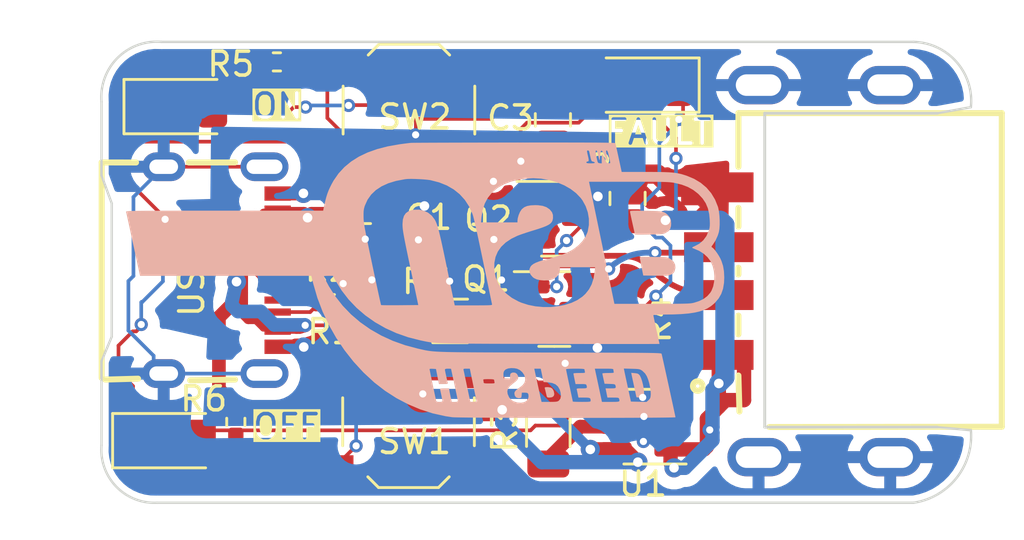
<source format=kicad_pcb>
(kicad_pcb (version 20221018) (generator pcbnew)
  (layers (0 "F.Cu" signal) (31 "B.Cu" signal) (34 "B.Paste" user) (35 "F.Paste" user) (36 "B.SilkS" user "B.Silkscreen") (37 "F.SilkS" user "F.Silkscreen") (38 "B.Mask" user) (39 "F.Mask" user) (44 "Edge.Cuts" user))
  (net 0 "")
  (net 1 "GND")
  (net 2 "Net-(Q1-B)")
  (net 3 "/vout")
  (net 4 "Net-(LED3-K)")
  (net 5 "Net-(LED2-K)")
  (net 6 "/enable")
  (net 7 "/shell")
  (net 8 "Net-(U1-ILIM)")
  (net 9 "Net-(LED1-K)")
  (net 10 "Net-(USB1-CC2)")
  (net 11 "Net-(USB1-CC1)")
  (net 13 "Net-(USB1-DN1)")
  (net 14 "Net-(USB1-DP1)")
  (net 16 "Net-(U1-~{FAULT})")
  (net 17 "VBUS")
  (footprint "Resistor_SMD:R_0402_1005Metric" (layer "F.Cu") (at 148.857139 82.745645 180)
    (fp_text reference "R2" (at 0 -1.17) (layer "F.SilkS"))
    (fp_text value "5.1k")
    (pad "1" smd roundrect (at -0.51 0 180) (size 0.54 0.64) (layers "F.Cu" "F.Paste" "F.Mask") (net 1 "GND"))
    (pad "2" smd roundrect (at 0.51 0 180) (size 0.54 0.64) (layers "F.Cu" "F.Paste" "F.Mask") (net 11 "Net-(USB1-CC1)"))
  )
  (footprint "Package_TO_SOT_SMD:SOT-23" (layer "F.Cu") (at 158.413834 81.805695)
    (fp_text reference "Q2" (at -2.876915 0.015111) (layer "F.SilkS"))
    (fp_text value "MMBT3904")
    (pad "1" smd roundrect (at -0.9375 -0.95) (size 1.475 0.6) (layers "F.Cu" "F.Paste" "F.Mask") (net 5 "Net-(LED2-K)"))
    (pad "2" smd roundrect (at -0.9375 0.95) (size 1.475 0.6) (layers "F.Cu" "F.Paste" "F.Mask") (net 1 "GND"))
    (pad "3" smd roundrect (at 0.9375 0) (size 1.475 0.6) (layers "F.Cu" "F.Paste" "F.Mask") (net 2 "Net-(Q1-B)"))
  )
  (footprint "graph:USB-A" (layer "F.Cu") (at 168.748609 83.993583 90)
    (fp_text reference "USB2" hide)
    (fp_text value "U-A-24DS-W-1" hide)
    (fp_line (start -6.517347 -1.6616) (end -6.517347 5.550041) (stroke (width 0.12)) (layer "Edge.Cuts"))
    (fp_line (start -6.517347 -1.6616) (end 6.595399 -1.6616) (stroke (width 0.12)) (layer "Edge.Cuts"))
    (fp_line (start 6.595399 -1.6616) (end 6.595399 5.550041) (stroke (width 0.12)) (layer "Edge.Cuts"))
    (pad "1" smd rect (at -3.5 -3.58 90) (size 1.25 2.9) (layers "F.Cu" "F.Paste" "F.Mask") (net 3 "/vout"))
    (pad "2" smd rect (at -1 -3.58 90) (size 1.25 2.9) (layers "F.Cu" "F.Paste" "F.Mask") (net 13 "Net-(USB1-DN1)"))
    (pad "3" smd rect (at 1 -3.58 90) (size 1.25 2.9) (layers "F.Cu" "F.Paste" "F.Mask") (net 14 "Net-(USB1-DP1)"))
    (pad "4" smd rect (at 3.5 -3.58 90) (size 1.25 2.9) (layers "F.Cu" "F.Paste" "F.Mask") (net 1 "GND"))
    (pad "5" thru_hole oval (at -7.77 -1.92 90) (size 1.6 2.6) (drill oval 0.900024 1.900022) (layers "*.Cu" "*.Mask") (net 7 "/shell"))
    (pad "5" thru_hole oval (at -7.77 3.58 90) (size 1.6 2.6) (drill oval 0.900024 1.900022) (layers "*.Cu" "*.Mask") (net 7 "/shell"))
    (pad "5" thru_hole oval (at 7.77 -1.92 90) (size 1.6 2.6) (drill oval 0.900024 1.900022) (layers "*.Cu" "*.Mask") (net 7 "/shell"))
    (pad "5" thru_hole oval (at 7.77 3.58 90) (size 1.6 2.6) (drill oval 0.900024 1.900022) (layers "*.Cu" "*.Mask") (net 7 "/shell"))
  )
  (footprint "Capacitor_SMD:C_0805_2012Metric" (layer "F.Cu") (at 150.36116 81.271912 180)
    (fp_text reference "C1" (at -2.688025 -0.475177 180) (layer "F.SilkS"))
    (fp_text value "1uF")
    (pad "1" smd roundrect (at -0.95 0 180) (size 1 1.45) (layers "F.Cu" "F.Paste" "F.Mask") (net 1 "GND"))
    (pad "2" smd roundrect (at 0.95 0 180) (size 1 1.45) (layers "F.Cu" "F.Paste" "F.Mask") (net 17 "VBUS"))
  )
  (footprint "Resistor_SMD:R_1206_3216Metric" (layer "F.Cu") (at 153.947187 86.073683 180)
    (fp_text reference "R7" (at 1.030349 1.644736 180) (layer "F.SilkS"))
    (fp_text value "10k")
    (pad "1" smd roundrect (at -1.4625 0 180) (size 1.125 1.75) (layers "F.Cu" "F.Paste" "F.Mask") (roundrect_rratio 0.222222) (net 2 "Net-(Q1-B)"))
    (pad "2" smd roundrect (at 1.4625 0 180) (size 1.125 1.75) (layers "F.Cu" "F.Paste" "F.Mask") (roundrect_rratio 0.222222) (net 17 "VBUS"))
  )
  (footprint "Resistor_SMD:R_0402_1005Metric" (layer "F.Cu") (at 148.960267 85.352845 180)
    (fp_text reference "R1" (at 0 -1.17) (layer "F.SilkS"))
    (fp_text value "5.1k")
    (pad "1" smd roundrect (at -0.51 0 180) (size 0.54 0.64) (layers "F.Cu" "F.Paste" "F.Mask") (net 1 "GND"))
    (pad "2" smd roundrect (at 0.51 0 180) (size 0.54 0.64) (layers "F.Cu" "F.Paste" "F.Mask") (net 10 "Net-(USB1-CC2)"))
  )
  (footprint "graph:USB-C-SMD_TYPE-C-6PIN-2MD-073" (layer "F.Cu") (at 144.361017 83.953689 -90)
    (fp_text reference "USB1" (at -0.034278 1.211394 -90) (layer "F.SilkS"))
    (fp_text value "TYPE-C 16PIN 2MD(073)")
    (pad "" np_thru_hole circle (at -2.89 -1.3 270) (size 0.7 0.7) (drill 0.7) (layers "F&B.Cu" "*.Mask"))
    (pad "" np_thru_hole circle (at 2.89 -1.3 270) (size 0.7 0.7) (drill 0.7) (layers "F&B.Cu" "*.Mask"))
    (pad "1" smd rect (at -3.2 -2.38 270) (size 0.6 1.1) (layers "F.Cu" "F.Paste" "F.Mask") (net 1 "GND"))
    (pad "2" smd rect (at -2.4 -2.38 270) (size 0.6 1.1) (layers "F.Cu" "F.Paste" "F.Mask") (net 17 "VBUS"))
    (pad "3" smd rect (at -1.75 -2.38 270) (size 0.3 1.1) (layers "F.Cu" "F.Paste" "F.Mask"))
    (pad "4" smd rect (at -1.25 -2.38 270) (size 0.3 1.1) (layers "F.Cu" "F.Paste" "F.Mask") (net 11 "Net-(USB1-CC1)"))
    (pad "5" smd rect (at -0.75 -2.38 270) (size 0.3 1.1) (layers "F.Cu" "F.Paste" "F.Mask") (net 13 "Net-(USB1-DN1)"))
    (pad "6" smd rect (at -0.25 -2.38 270) (size 0.3 1.1) (layers "F.Cu" "F.Paste" "F.Mask") (net 14 "Net-(USB1-DP1)"))
    (pad "7" smd rect (at 0.25 -2.38 270) (size 0.3 1.1) (layers "F.Cu" "F.Paste" "F.Mask") (net 13 "Net-(USB1-DN1)"))
    (pad "8" smd rect (at 0.75 -2.38 270) (size 0.3 1.1) (layers "F.Cu" "F.Paste" "F.Mask") (net 14 "Net-(USB1-DP1)"))
    (pad "9" smd rect (at 1.25 -2.38 270) (size 0.3 1.1) (layers "F.Cu" "F.Paste" "F.Mask"))
    (pad "10" smd rect (at 1.75 -2.38 270) (size 0.3 1.1) (layers "F.Cu" "F.Paste" "F.Mask") (net 10 "Net-(USB1-CC2)"))
    (pad "11" smd rect (at 2.4 -2.38 270) (size 0.6 1.1) (layers "F.Cu" "F.Paste" "F.Mask") (net 17 "VBUS"))
    (pad "12" smd rect (at 3.2 -2.38 270) (size 0.6 1.1) (layers "F.Cu" "F.Paste" "F.Mask") (net 1 "GND"))
    (pad "13" thru_hole oval (at -4.32 -1.83 270) (size 1.2 2) (drill oval 0.599999 1.499997) (layers "*.Cu" "*.Paste" "*.Mask") (net 7 "/shell"))
    (pad "13" thru_hole oval (at -4.32 2.38 270) (size 1.2 1.8) (drill oval 0.599999 1.199998) (layers "*.Cu" "*.Paste" "*.Mask") (net 7 "/shell"))
    (pad "13" thru_hole oval (at 4.32 -1.83 270) (size 1.2 2) (drill oval 0.599999 1.499997) (layers "*.Cu" "*.Paste" "*.Mask") (net 7 "/shell"))
    (pad "13" thru_hole oval (at 4.32 2.38 270) (size 1.2 1.8) (drill oval 0.599999 1.199998) (layers "*.Cu" "*.Paste" "*.Mask") (net 7 "/shell"))
  )
  (footprint "Package_TO_SOT_SMD:SOT-23-6" (layer "F.Cu") (at 162.003593 90.489858 180)
    (fp_text reference "U1" (at 0 -2.4 180) (layer "F.SilkS"))
    (fp_text value "~")
    (pad "1" smd roundrect (at -1.1375 -0.95 180) (size 1.325 0.6) (layers "F.Cu" "F.Paste" "F.Mask") (net 3 "/vout"))
    (pad "2" smd roundrect (at -1.1375 0 180) (size 1.325 0.6) (layers "F.Cu" "F.Paste" "F.Mask") (net 1 "GND"))
    (pad "3" smd roundrect (at -1.1375 0.95 180) (size 1.325 0.6) (layers "F.Cu" "F.Paste" "F.Mask") (net 16 "Net-(U1-~{FAULT})"))
    (pad "4" smd roundrect (at 1.1375 0.95 180) (size 1.325 0.6) (layers "F.Cu" "F.Paste" "F.Mask") (net 6 "/enable"))
    (pad "5" smd roundrect (at 1.1375 0 180) (size 1.325 0.6) (layers "F.Cu" "F.Paste" "F.Mask") (net 8 "Net-(U1-ILIM)"))
    (pad "6" smd roundrect (at 1.1375 -0.95 180) (size 1.325 0.6) (layers "F.Cu" "F.Paste" "F.Mask") (net 17 "VBUS"))
  )
  (footprint "Resistor_SMD:R_1206_3216Metric" (layer "F.Cu") (at 158.047426 90.589531 90)
    (fp_text reference "R3" (at 0 -1.82 90) (layer "F.SilkS"))
    (fp_text value "150k")
    (pad "1" smd roundrect (at -1.4625 0 90) (size 1.125 1.75) (layers "F.Cu" "F.Paste" "F.Mask") (roundrect_rratio 0.222222) (net 8 "Net-(U1-ILIM)"))
    (pad "2" smd roundrect (at 1.4625 0 90) (size 1.125 1.75) (layers "F.Cu" "F.Paste" "F.Mask") (roundrect_rratio 0.222222) (net 1 "GND"))
  )
  (footprint "Capacitor_SMD:C_0805_2012Metric" (layer "F.Cu") (at 158.238557 77.674698 -90)
    (fp_text reference "C3" (at -0.079937 1.770019) (layer "F.SilkS"))
    (fp_text value "1uF")
    (pad "1" smd roundrect (at -0.95 0 270) (size 1 1.45) (layers "F.Cu" "F.Paste" "F.Mask") (net 1 "GND"))
    (pad "2" smd roundrect (at 0.95 0 270) (size 1 1.45) (layers "F.Cu" "F.Paste" "F.Mask") (net 5 "Net-(LED2-K)"))
  )
  (footprint "graph:LED_1206_3216Metric" (layer "F.Cu") (at 162.063702 76.222963 180)
    (fp_text reference "LED1" hide)
    (fp_text value "LED")
    (pad "1" smd roundrect (at -1.4 0 180) (size 1.25 1.75) (layers "F.Cu" "F.Paste" "F.Mask") (roundrect_rratio 0.2) (net 9 "Net-(LED1-K)"))
    (pad "2" smd roundrect (at 1.4 0 180) (size 1.25 1.75) (layers "F.Cu" "F.Paste" "F.Mask") (roundrect_rratio 0.2) (net 17 "VBUS"))
  )
  (footprint "Capacitor_SMD:C_0805_2012Metric" (layer "F.Cu") (at 161.356361 80.959527 -90)
    (fp_text reference "C2" (at -1.311231 1.630569) (layer "F.SilkS"))
    (fp_text value "1uF")
    (pad "1" smd roundrect (at -0.95 0 270) (size 1 1.45) (layers "F.Cu" "F.Paste" "F.Mask") (net 1 "GND"))
    (pad "2" smd roundrect (at 0.95 0 270) (size 1 1.45) (layers "F.Cu" "F.Paste" "F.Mask") (net 3 "/vout"))
  )
  (footprint "Resistor_SMD:R_0402_1005Metric" (layer "F.Cu") (at 161.466869 86.025406 -90)
    (fp_text reference "R4" (at 0 -1.17 90) (layer "F.SilkS"))
    (fp_text value "5k")
    (pad "1" smd roundrect (at -0.51 0 270) (size 0.54 0.64) (layers "F.Cu" "F.Paste" "F.Mask") (net 9 "Net-(LED1-K)"))
    (pad "2" smd roundrect (at 0.51 0 270) (size 0.54 0.64) (layers "F.Cu" "F.Paste" "F.Mask") (net 16 "Net-(U1-~{FAULT})"))
  )
  (footprint "Button_Switch_SMD:SW_SPST_TL3342" (layer "F.Cu") (at 152.225481 77.266824 180)
    (fp_text reference "SW2" (at -0.248504 -0.288832) (layer "F.SilkS"))
    (fp_text value "SW_Push")
    (pad "1" smd rect (at -3.15 -1.9 180) (size 1.7 1) (layers "F.Cu" "F.Paste" "F.Mask") (net 5 "Net-(LED2-K)"))
    (pad "1" smd rect (at 3.15 -1.9 180) (size 1.7 1) (layers "F.Cu" "F.Paste" "F.Mask") (net 5 "Net-(LED2-K)"))
    (pad "2" smd rect (at -3.15 1.9 180) (size 1.7 1) (layers "F.Cu" "F.Paste" "F.Mask") (net 1 "GND"))
    (pad "2" smd rect (at 3.15 1.9 180) (size 1.7 1) (layers "F.Cu" "F.Paste" "F.Mask") (net 1 "GND"))
  )
  (footprint "Button_Switch_SMD:SW_SPST_TL3342" (layer "F.Cu") (at 152.207899 90.285035 180)
    (fp_text reference "SW1" (at -0.246812 -0.828332) (layer "F.SilkS"))
    (fp_text value "SW_Push")
    (pad "1" smd rect (at -3.15 -1.9 180) (size 1.7 1) (layers "F.Cu" "F.Paste" "F.Mask") (net 1 "GND"))
    (pad "1" smd rect (at 3.15 -1.9 180) (size 1.7 1) (layers "F.Cu" "F.Paste" "F.Mask") (net 1 "GND"))
    (pad "2" smd rect (at -3.15 1.9 180) (size 1.7 1) (layers "F.Cu" "F.Paste" "F.Mask") (net 2 "Net-(Q1-B)"))
    (pad "2" smd rect (at 3.15 1.9 180) (size 1.7 1) (layers "F.Cu" "F.Paste" "F.Mask") (net 2 "Net-(Q1-B)"))
  )
  (footprint "Resistor_SMD:R_0402_1005Metric" (layer "F.Cu") (at 144.993144 90.292144 90)
    (fp_text reference "R6" (at 0.961087 -1.339715 180) (layer "F.SilkS"))
    (fp_text value "10k")
    (pad "1" smd roundrect (at -0.51 0 90) (size 0.54 0.64) (layers "F.Cu" "F.Paste" "F.Mask") (net 6 "/enable"))
    (pad "2" smd roundrect (at 0.51 0 90) (size 0.54 0.64) (layers "F.Cu" "F.Paste" "F.Mask") (net 17 "VBUS"))
  )
  (footprint "Resistor_SMD:R_0402_1005Metric" (layer "F.Cu") (at 146.709643 75.253302 180)
    (fp_text reference "R5" (at 1.923426 -0.094519) (layer "F.SilkS"))
    (fp_text value "R")
    (pad "1" smd roundrect (at -0.51 0 180) (size 0.54 0.64) (layers "F.Cu" "F.Paste" "F.Mask") (net 1 "GND"))
    (pad "2" smd roundrect (at 0.51 0 180) (size 0.54 0.64) (layers "F.Cu" "F.Paste" "F.Mask") (net 4 "Net-(LED3-K)"))
  )
  (footprint "graph:LED_1206_3216Metric" (layer "F.Cu") (at 142.606393 77.121751)
    (fp_text reference "LED3" hide)
    (fp_text value "LED")
    (pad "1" smd roundrect (at -1.4 0) (size 1.25 1.75) (layers "F.Cu" "F.Paste" "F.Mask") (roundrect_rratio 0.2) (net 4 "Net-(LED3-K)"))
    (pad "2" smd roundrect (at 1.4 0) (size 1.25 1.75) (layers "F.Cu" "F.Paste" "F.Mask") (roundrect_rratio 0.2) (net 3 "/vout"))
  )
  (footprint "graph:LED_1206_3216Metric" (layer "F.Cu") (at 142.132186 91.075538)
    (fp_text reference "LED2" hide)
    (fp_text value "LED")
    (pad "1" smd roundrect (at -1.4 0) (size 1.25 1.75) (layers "F.Cu" "F.Paste" "F.Mask") (roundrect_rratio 0.2) (net 5 "Net-(LED2-K)"))
    (pad "2" smd roundrect (at 1.4 0) (size 1.25 1.75) (layers "F.Cu" "F.Paste" "F.Mask") (roundrect_rratio 0.2) (net 6 "/enable"))
  )
  (footprint "Package_TO_SOT_SMD:SOT-23" (layer "F.Cu") (at 158.297999 85.576077)
    (fp_text reference "Q1" (at -2.852342 -1.251129) (layer "F.SilkS"))
    (fp_text value "MMBT3904")
    (pad "1" smd roundrect (at -0.9375 -0.95) (size 1.475 0.6) (layers "F.Cu" "F.Paste" "F.Mask") (net 2 "Net-(Q1-B)"))
    (pad "2" smd roundrect (at -0.9375 0.95) (size 1.475 0.6) (layers "F.Cu" "F.Paste" "F.Mask") (net 1 "GND"))
    (pad "3" smd roundrect (at 0.9375 0) (size 1.475 0.6) (layers "F.Cu" "F.Paste" "F.Mask") (net 6 "/enable"))
  )
  (footprint "graph:LOGO" (layer "B.Cu") (at 152.906378 84.370623)
    (fp_text reference "G***" hide)
    (fp_text value "LOGO" hide)
  )
  (gr_arc (start 175.697548 90.639448) (mid 175.100497 92.630552) (end 173.3 93.669387) (stroke (width 0.1)) (layer "Edge.Cuts"))
  (gr_line (start 139.383638 79.995614) (end 139.811235 81.165785) (stroke (width 0.1)) (layer "Edge.Cuts"))
  (gr_line (start 139.811235 81.165785) (end 139.811235 86.733475) (stroke (width 0.1)) (layer "Edge.Cuts"))
  (gr_line (start 173.3 93.669387) (end 141.7 93.669387) (stroke (width 0.1)) (layer "Edge.Cuts"))
  (gr_line (start 174.29865 77.398184) (end 175.697276 77.144452) (stroke (width 0.1)) (layer "Edge.Cuts"))
  (gr_line (start 173.3 74.418229) (end 141.883638 74.418229) (stroke (width 0.1)) (layer "Edge.Cuts"))
  (gr_arc (start 173.3 74.418229) (mid 175.097026 75.25515) (end 175.697276 77.144452) (stroke (width 0.1)) (layer "Edge.Cuts"))
  (gr_arc (start 141.7 93.669387) (mid 139.996936 92.993519) (end 139.383638 91.266939) (stroke (width 0.1)) (layer "Edge.Cuts"))
  (gr_line (start 139.811235 86.733475) (end 139.383638 87.755818) (stroke (width 0.1)) (layer "Edge.Cuts"))
  (gr_arc (start 139.383638 76.918229) (mid 140.053484 75.088075) (end 141.883638 74.418229) (stroke (width 0.1)) (layer "Edge.Cuts"))
  (gr_line (start 139.383638 76.918229) (end 139.383638 79.995614) (stroke (width 0.1)) (layer "Edge.Cuts"))
  (gr_line (start 139.383638 87.755818) (end 139.383638 91.266939) (stroke (width 0.1)) (layer "Edge.Cuts"))
  (gr_line (start 174.29865 90.51093) (end 175.697548 90.639448) (stroke (width 0.1)) (layer "Edge.Cuts"))
  (gr_text "FAULT" (at 160.422959 78.773751) (layer "F.SilkS" knockout) (effects (font (size 1 1)) (justify left bottom)))
  (gr_text "ON" (at 145.583933 77.681877) (layer "F.SilkS" knockout) (effects (font (size 1 1)) (justify left bottom)))
  (gr_text "OFF" (at 145.625143 91.075538) (layer "F.SilkS" knockout) (effects (font (size 1 1)) (justify left bottom)))
  (segment (start 149.470267 85.352845) (end 149.470267 84.521035) (width 0.153) (layer "F.Cu") (net 1))
  (segment (start 152.617882 82.689988) (end 150.434016 82.689988) (width 0.42) (layer "F.Cu") (net 1))
  (segment (start 156.644915 76.657098) (end 155.66659 77.635423) (width 0.153) (layer "F.Cu") (net 1))
  (segment (start 158.231517 76.657098) (end 156.644915 76.657098) (width 0.153) (layer "F.Cu") (net 1))
  (segment (start 161.596123 88.675407) (end 161.030284 88.675407) (width 0.42) (layer "F.Cu") (net 1))
  (segment (start 155.7114 75.321088) (end 149.4114 75.321088) (width 0.153) (layer "F.Cu") (net 1))
  (segment (start 162.001663 89.283155) (end 161.988081 89.269573) (width 0.42) (layer "F.Cu") (net 1))
  (segment (start 162.354256 90.489858) (end 162.353103 90.488705) (width 0.6) (layer "F.Cu") (net 1))
  (segment (start 162.606708 79.941927) (end 163.158364 80.493583) (width 0.8) (layer "F.Cu") (net 1))
  (segment (start 152.625362 82.689988) (end 155.753862 82.689988) (width 0.42) (layer "F.Cu") (net 1))
  (segment (start 155.774287 82.672375) (end 155.772881 82.670969) (width 0.153) (layer "F.Cu") (net 1))
  (segment (start 160.548609 88.675407) (end 160.098011 88.224809) (width 0.42) (layer "F.Cu") (net 1))
  (segment (start 157.795742 86.889739) (end 158.750819 87.844816) (width 0.153) (layer "F.Cu") (net 1))
  (segment (start 149.178266 92.237183) (end 149.178266 92.133362) (width 0.153) (layer "F.Cu") (net 1))
  (segment (start 157.416498 86.889739) (end 157.795742 86.889739) (width 0.153) (layer "F.Cu") (net 1))
  (segment (start 149.178266 92.133362) (end 150.018957 91.292671) (width 0.153) (layer "F.Cu") (net 1))
  (segment (start 157.416498 88.464774) (end 158.061797 89.110073) (width 0.153) (layer "F.Cu") (net 1))
  (segment (start 152.514728 78.289238) (end 152.504535 78.299431) (width 0.153) (layer "F.Cu") (net 1))
  (segment (start 161.030284 88.675407) (end 160.548609 88.675407) (width 0.42) (layer "F.Cu") (net 1))
  (segment (start 146.741017 80.753689) (end 147.810425 80.753689) (width 0.57) (layer "F.Cu") (net 1))
  (segment (start 163.153593 90.489858) (end 162.354256 90.489858) (width 0.6) (layer "F.Cu") (net 1))
  (segment (start 151.380538 81.229467) (end 152.830054 81.229467) (width 0.57) (layer "F.Cu") (net 1))
  (segment (start 147.219643 75.253302) (end 147.287429 75.321088) (width 0.153) (layer "F.Cu") (net 1))
  (segment (start 162.001663 89.553558) (end 162.001663 89.283155) (width 0.42) (layer "F.Cu") (net 1))
  (segment (start 152.621622 82.686248) (end 152.617882 82.689988) (width 0.42) (layer "F.Cu") (net 1))
  (segment (start 157.416498 86.889739) (end 157.416498 88.464774) (width 0.153) (layer "F.Cu") (net 1))
  (segment (start 161.891603 88.970887) (end 161.596123 88.675407) (width 0.42) (layer "F.Cu") (net 1))
  (segment (start 160.098011 88.224809) (end 160.098011 87.198566) (width 0.42) (layer "F.Cu") (net 1))
  (segment (start 162.001663 90.137265) (end 162.001663 89.942914) (width 0.42) (layer "F.Cu") (net 1))
  (segment (start 149.470267 84.521035) (end 149.476425 84.514877) (width 0.153) (layer "F.Cu") (net 1))
  (segment (start 162.001663 89.080947) (end 161.891603 88.970887) (width 0.42) (layer "F.Cu") (net 1))
  (segment (start 160.118683 80.873944) (end 160.417304 80.873944) (width 0.42) (layer "F.Cu") (net 1))
  (segment (start 149.393005 82.716333) (end 150.340775 82.716333) (width 0.153) (layer "F.Cu") (net 1))
  (segment (start 149.075481 75.366824) (end 148.816359 75.625946) (width 0.153) (layer "F.Cu") (net 1))
  (segment (start 155.66659 77.635423) (end 152.514728 77.635423) (width 0.153) (layer "F.Cu") (net 1))
  (segment (start 150.340775 82.716333) (end 150.400568 82.65654) (width 0.153) (layer "F.Cu") (net 1))
  (segment (start 149.462496 92.385702) (end 149.354973 92.493225) (width 0.153) (layer "F.Cu") (net 1))
  (segment (start 148.816359 77.597811) (end 149.517979 78.299431) (width 0.153) (layer "F.Cu") (net 1))
  (segment (start 155.547451 92.385702) (end 149.462496 92.385702) (width 0.153) (layer "F.Cu") (net 1))
  (segment (start 147.287429 75.321088) (end 149.4114 75.321088) (width 0.153) (layer "F.Cu") (net 1))
  (segment (start 160.417304 80.873944) (end 161.349321 79.941927) (width 0.42) (layer "F.Cu") (net 1))
  (segment (start 147.810425 80.753689) (end 147.817807 80.746307) (width 0.57) (layer "F.Cu") (net 1))
  (segment (start 163.158364 80.493583) (end 165.168609 80.493583) (width 0.8) (layer "F.Cu") (net 1))
  (segment (start 161.349321 79.941927) (end 162.606708 79.941927) (width 0.8) (layer "F.Cu") (net 1))
  (segment (start 149.517979 78.299431) (end 152.504535 78.299431) (width 0.153) (layer "F.Cu") (net 1))
  (segment (start 152.514728 77.635423) (end 152.514728 78.289238) (width 0.153) (layer "F.Cu") (net 1))
  (segment (start 160.098011 87.198566) (end 160.099148 87.197429) (width 0.42) (layer "F.Cu") (net 1))
  (segment (start 162.019055 90.154657) (end 162.019055 91.110075) (width 0.42) (layer "F.Cu") (net 1))
  (segment (start 147.822578 87.153689) (end 147.832828 87.163939) (width 0.57) (layer "F.Cu") (net 1))
  (segment (start 155.753862 82.689988) (end 155.772881 82.670969) (width 0.42) (layer "F.Cu") (net 1))
  (segment (start 162.001663 89.942914) (end 162.001663 89.553558) (width 0.42) (layer "F.Cu") (net 1))
  (segment (start 162.001663 90.137265) (end 162.019055 90.154657) (width 0.42) (layer "F.Cu") (net 1))
  (segment (start 148.816359 75.625946) (end 148.816359 77.597811) (width 0.153) (layer "F.Cu") (net 1))
  (segment (start 161.988081 89.269573) (end 162.001663 89.255991) (width 0.42) (layer "F.Cu") (net 1))
  (segment (start 152.621622 82.686248) (end 152.625362 82.689988) (width 0.42) (layer "F.Cu") (net 1))
  (segment (start 150.434016 82.689988) (end 150.400568 82.65654) (width 0.42) (layer "F.Cu") (net 1))
  (segment (start 146.741017 87.153689) (end 147.822578 87.153689) (width 0.57) (layer "F.Cu") (net 1))
  (segment (start 162.001663 89.255991) (end 162.001663 89.080947) (width 0.42) (layer "F.Cu") (net 1))
  (segment (start 152.830054 81.229467) (end 152.873345 81.272758) (width 0.57) (layer "F.Cu") (net 1))
  (via (at 155.772881 82.670969) (size 0.55) (drill 0.3) (layers "F.Cu" "B.Cu") (net 1))
  (via (at 162.03993 90.065188) (size 0.55) (drill 0.3) (layers "F.Cu" "B.Cu") (net 1))
  (via (at 161.988081 89.269573) (size 0.55) (drill 0.3) (layers "F.Cu" "B.Cu") (net 1))
  (via (at 152.873345 81.272758) (size 0.8) (drill 0.4) (layers "F.Cu" "B.Cu") (net 1))
  (via (at 150.400568 82.65654) (size 0.55) (drill 0.3) (layers "F.Cu" "B.Cu") (net 1))
  (via (at 150.018957 91.292671) (size 0.55) (drill 0.3) (layers "F.Cu" "B.Cu") (net 1))
  (via (at 147.817807 80.746307) (size 0.8) (drill 0.4) (layers "F.Cu" "B.Cu") (net 1))
  (via (at 156.093235 84.364394) (size 0.55) (drill 0.3) (layers "F.Cu" "B.Cu") (net 1))
  (via (at 158.750819 87.844816) (size 0.55) (drill 0.3) (layers "F.Cu" "B.Cu") (net 1))
  (via (at 152.621622 82.686248) (size 0.55) (drill 0.3) (layers "F.Cu" "B.Cu") (net 1))
  (via (at 162.019055 91.110075) (size 0.55) (drill 0.3) (layers "F.Cu" "B.Cu") (net 1))
  (via (at 150.675278 84.358941) (size 0.55) (drill 0.3) (layers "F.Cu" "B.Cu") (net 1))
  (via (at 152.504535 78.299431) (size 0.55) (drill 0.3) (layers "F.Cu" "B.Cu") (net 1))
  (via (at 160.098011 87.198566) (size 0.8) (drill 0.4) (layers "F.Cu" "B.Cu") (net 1))
  (via (at 153.925208 84.414337) (size 0.55) (drill 0.3) (layers "F.Cu" "B.Cu") (net 1))
  (via (at 160.118683 80.873944) (size 0.8) (drill 0.4) (layers "F.Cu" "B.Cu") (net 1))
  (via (at 147.832828 87.163939) (size 0.8) (drill 0.4) (layers "F.Cu" "B.Cu") (net 1))
  (via (at 149.476425 84.514877) (size 0.55) (drill 0.3) (layers "F.Cu" "B.Cu") (net 1))
  (segment (start 152.504535 80.903948) (end 152.873345 81.272758) (width 0.153) (layer "B.Cu") (net 1))
  (segment (start 149.476425 84.514877) (end 150.519342 84.514877) (width 0.153) (layer "B.Cu") (net 1))
  (segment (start 150.018957 89.670332) (end 150.839391 88.849898) (width 0.153) (layer "B.Cu") (net 1))
  (segment (start 152.873345 81.272758) (end 152.873345 82.507082) (width 0.57) (layer "B.Cu") (net 1))
  (segment (start 159.328107 86.428662) (end 158.383794 87.372975) (width 0.6) (layer "B.Cu") (net 1))
  (segment (start 147.118431 84.686075) (end 147.298767 84.686075) (width 0.6) (layer "B.Cu") (net 1))
  (segment (start 149.111818 80.746307) (end 149.464023 81.098512) (width 0.57) (layer "B.Cu") (net 1))
  (segment (start 150.018957 91.292671) (end 150.018957 89.670332) (width 0.153) (layer "B.Cu") (net 1))
  (segment (start 159.928671 83.004283) (end 159.328107 83.604847) (width 0.57) (layer "B.Cu") (net 1))
  (segment (start 149.464023 81.098512) (end 149.464023 82.520819) (width 0.57) (layer "B.Cu") (net 1))
  (segment (start 152.887082 82.520819) (end 155.622731 82.520819) (width 0.42) (layer "B.Cu") (net 1))
  (segment (start 162.019055 91.110075) (end 162.019055 89.960306) (width 0.42) (layer "B.Cu") (net 1))
  (segment (start 159.328107 83.604847) (end 159.328107 86.428662) (width 0.57) (layer "B.Cu") (net 1))
  (segment (start 158.278978 87.372975) (end 157.89951 87.372975) (width 0.153) (layer "B.Cu") (net 1))
  (segment (start 150.536289 82.520819) (end 151.013613 82.520819) (width 0.42) (layer "B.Cu") (net 1))
  (segment (start 160.098011 87.198566) (end 159.328107 86.428662) (width 0.6) (layer "B.Cu") (net 1))
  (segment (start 162.019055 89.960306) (end 162.001663 89.942914) (width 0.42) (layer "B.Cu") (net 1))
  (segment (start 151.013613 82.520819) (end 152.311209 82.520819) (width 0.42) (layer "B.Cu") (net 1))
  (segment (start 147.817807 80.746307) (end 149.111818 80.746307) (width 0.57) (layer "B.Cu") (net 1))
  (segment (start 150.519342 84.514877) (end 150.675278 84.358941) (width 0.153) (layer "B.Cu") (net 1))
  (segment (start 151.045833 82.488599) (end 151.013613 82.520819) (width 0.153) (layer "B.Cu") (net 1))
  (segment (start 150.264847 82.520819) (end 150.400568 82.65654) (width 0.42) (layer "B.Cu") (net 1))
  (segment (start 152.504535 78.299431) (end 152.504535 80.903948) (width 0.153) (layer "B.Cu") (net 1))
  (segment (start 159.928671 81.063956) (end 159.928671 83.004283) (width 0.57) (layer "B.Cu") (net 1))
  (segment (start 152.873345 82.507082) (end 152.887082 82.520819) (width 0.57) (layer "B.Cu") (net 1))
  (segment (start 150.839391 88.849898) (end 150.839391 87.417191) (width 0.153) (layer "B.Cu") (net 1))
  (segment (start 150.400568 82.65654) (end 150.536289 82.520819) (width 0.42) (layer "B.Cu") (net 1))
  (segment (start 155.622731 82.520819) (end 155.772881 82.670969) (width 0.42) (layer "B.Cu") (net 1))
  (segment (start 150.839391 87.417191) (end 150.883607 87.372975) (width 0.153) (layer "B.Cu") (net 1))
  (segment (start 158.750819 87.844816) (end 158.278978 87.372975) (width 0.153) (layer "B.Cu") (net 1))
  (segment (start 149.464023 82.520819) (end 150.264847 82.520819) (width 0.42) (layer "B.Cu") (net 1))
  (segment (start 150.883607 87.372975) (end 157.89951 87.372975) (width 0.6) (layer "B.Cu") (net 1))
  (segment (start 160.098011 80.894616) (end 160.118683 80.873944) (width 0.42) (layer "B.Cu") (net 1))
  (segment (start 158.383794 87.372975) (end 157.89951 87.372975) (width 0.6) (layer "B.Cu") (net 1))
  (segment (start 160.118683 80.873944) (end 159.928671 81.063956) (width 0.57) (layer "B.Cu") (net 1))
  (segment (start 152.311209 82.520819) (end 152.887082 82.520819) (width 0.42) (layer "B.Cu") (net 1))
  (segment (start 158.396132 84.642105) (end 157.376527 84.642105) (width 0.153) (layer "F.Cu") (net 2))
  (segment (start 149.177809 88.480969) (end 155.477809 88.480969) (width 0.153) (layer "F.Cu") (net 2))
  (segment (start 156.280936 86.073683) (end 155.427187 86.073683) (width 0.153) (layer "F.Cu") (net 2))
  (segment (start 156.161475 86.193144) (end 156.280936 86.073683) (width 0.153) (layer "F.Cu") (net 2))
  (segment (start 157.073703 85.280916) (end 157.360499 85.280916) (width 0.153) (layer "F.Cu") (net 2))
  (segment (start 157.376527 84.642105) (end 157.360499 84.626077) (width 0.153) (layer "F.Cu") (net 2))
  (segment (start 159.351334 82.174298) (end 158.809342 82.71629) (width 0.153) (layer "F.Cu") (net 2))
  (segment (start 155.378266 88.537183) (end 156.161475 87.753974) (width 0.153) (layer "F.Cu") (net 2))
  (segment (start 156.161475 87.753974) (end 156.161475 86.193144) (width 0.153) (layer "F.Cu") (net 2))
  (segment (start 157.360499 85.280916) (end 157.360499 84.626077) (width 0.153) (layer "F.Cu") (net 2))
  (segment (start 156.280936 86.073683) (end 157.073703 85.280916) (width 0.153) (layer "F.Cu") (net 2))
  (segment (start 159.351334 81.805695) (end 159.351334 82.174298) (width 0.153) (layer "F.Cu") (net 2))
  (via (at 158.809342 82.71629) (size 0.55) (drill 0.3) (layers "F.Cu" "B.Cu") (net 2))
  (via (at 158.396132 84.642105) (size 0.55) (drill 0.3) (layers "F.Cu" "B.Cu") (net 2))
  (segment (start 158.396132 83.1295) (end 158.396132 84.642105) (width 0.153) (layer "B.Cu") (net 2))
  (segment (start 158.809342 82.71629) (end 158.396132 83.1295) (width 0.153) (layer "B.Cu") (net 2))
  (segment (start 161.626189 74.990891) (end 159.787 74.990891) (width 0.153) (layer "F.Cu") (net 3))
  (segment (start 162.149754 77.192548) (end 162.149754 75.514456) (width 0.153) (layer "F.Cu") (net 3))
  (segment (start 163.297948 92.209725) (end 163.366161 92.209725) (width 0.6) (layer "F.Cu") (net 3))
  (segment (start 163.379685 79.283992) (end 163.379685 78.422479) (width 0.153) (layer "F.Cu") (net 3))
  (segment (start 149.702779 77.073753) (end 149.717191 77.059341) (width 0.153) (layer "F.Cu") (net 3))
  (segment (start 157.595914 75.3348) (end 157.120067 75.810647) (width 0.153) (layer "F.Cu") (net 3))
  (segment (start 157.120067 75.810647) (end 157.120067 75.935989) (width 0.153) (layer "F.Cu") (net 3))
  (segment (start 166.222639 87.864293) (end 166.222639 89.381289) (width 0.6) (layer "F.Cu") (net 3))
  (segment (start 162.815554 81.995414) (end 162.939915 81.871053) (width 0.8) (layer "F.Cu") (net 3))
  (segment (start 156.773919 76.282136) (end 157.120067 75.935989) (width 0.153) (layer "F.Cu") (net 3))
  (segment (start 165.168609 88.685965) (end 165.168609 87.493583) (width 0.6) (layer "F.Cu") (net 3))
  (segment (start 163.366161 92.209725) (end 163.370359 92.213923) (width 0.6) (layer "F.Cu") (net 3))
  (segment (start 163.297948 92.141512) (end 163.297948 92.209725) (width 0.6) (layer "F.Cu") (net 3))
  (segment (start 159.787 74.990891) (end 159.443091 75.3348) (width 0.153) (layer "F.Cu") (net 3))
  (segment (start 163.153593 91.997157) (end 163.297948 92.141512) (width 0.6) (layer "F.Cu") (net 3))
  (segment (start 149.717191 77.059341) (end 155.560008 77.059341) (width 0.153) (layer "F.Cu") (net 3))
  (segment (start 165.168609 89.666836) (end 165.168609 88.685965) (width 0.6) (layer "F.Cu") (net 3))
  (segment (start 166.222639 89.381289) (end 165.454156 89.381289) (width 0.6) (layer "F.Cu") (net 3))
  (segment (start 164.67259 91.318941) (end 164.67259 90.162855) (width 0.6) (layer "F.Cu") (net 3))
  (segment (start 159.443091 75.3348) (end 157.595914 75.3348) (width 0.153) (layer "F.Cu") (net 3))
  (segment (start 161.349322 81.995414) (end 162.815554 81.995414) (width 0.8) (layer "F.Cu") (net 3))
  (segment (start 162.149754 75.514456) (end 161.626189 74.990891) (width 0.153) (layer "F.Cu") (net 3))
  (segment (start 147.23904 77.312744) (end 144.3293 77.312744) (width 0.153) (layer "F.Cu") (net 3))
  (segment (start 163.153593 91.439858) (end 163.153593 91.997157) (width 0.6) (layer "F.Cu") (net 3))
  (segment (start 165.454156 89.381289) (end 165.168609 89.666836) (width 0.6) (layer "F.Cu") (net 3))
  (segment (start 166.034693 87.676347) (end 166.222639 87.864293) (width 0.6) (layer "F.Cu") (net 3))
  (segment (start 164.67259 90.162855) (end 165.024565 89.81088) (width 0.6) (layer "F.Cu") (net 3))
  (segment (start 156.337213 76.282136) (end 156.773919 76.282136) (width 0.153) (layer "F.Cu") (net 3))
  (segment (start 163.379685 78.422479) (end 162.149754 77.192548) (width 0.153) (layer "F.Cu") (net 3))
  (segment (start 163.153593 91.439858) (end 164.551673 91.439858) (width 0.6) (layer "F.Cu") (net 3))
  (segment (start 144.3293 77.312744) (end 144.25006 77.233504) (width 0.153) (layer "F.Cu") (net 3))
  (segment (start 165.024565 89.81088) (end 165.168609 89.666836) (width 0.6) (layer "F.Cu") (net 3))
  (segment (start 164.551673 91.439858) (end 164.67259 91.318941) (width 0.6) (layer "F.Cu") (net 3))
  (segment (start 147.907169 77.141827) (end 147.409957 77.141827) (width 0.153) (layer "F.Cu") (net 3))
  (segment (start 155.560008 77.059341) (end 156.337213 76.282136) (width 0.153) (layer "F.Cu") (net 3))
  (segment (start 147.409957 77.141827) (end 147.23904 77.312744) (width 0.153) (layer "F.Cu") (net 3))
  (via (at 163.297948 92.209725) (size 0.8) (drill 0.4) (layers "F.Cu" "B.Cu") (net 3))
  (via (at 164.789006 90.627485) (size 0.55) (drill 0.3) (layers "F.Cu" "B.Cu") (net 3))
  (via (at 147.907169 77.141827) (size 0.55) (drill 0.3) (layers "F.Cu" "B.Cu") (net 3))
  (via (at 165.168609 88.685965) (size 0.8) (drill 0.4) (layers "F.Cu" "B.Cu") (net 3))
  (via (at 162.939915 81.871053) (size 0.8) (drill 0.4) (layers "F.Cu" "B.Cu") (net 3))
  (via (at 163.379685 79.283992) (size 0.55) (drill 0.3) (layers "F.Cu" "B.Cu") (net 3))
  (via (at 149.702779 77.073753) (size 0.55) (drill 0.3) (layers "F.Cu" "B.Cu") (net 3))
  (segment (start 147.975243 77.073753) (end 147.907169 77.141827) (width 0.153) (layer "B.Cu") (net 3))
  (segment (start 165.423491 88.431083) (end 165.168609 88.685965) (width 0.8) (layer "B.Cu") (net 3))
  (segment (start 163.297948 92.209725) (end 163.749886 92.209725) (width 0.6) (layer "B.Cu") (net 3))
  (segment (start 149.702779 77.073753) (end 147.975243 77.073753) (width 0.153) (layer "B.Cu") (net 3))
  (segment (start 162.939915 81.871053) (end 163.379685 81.431283) (width 0.153) (layer "B.Cu") (net 3))
  (segment (start 164.905076 91.054535) (end 164.905076 90.743555) (width 0.6) (layer "B.Cu") (net 3))
  (segment (start 164.905076 88.949498) (end 165.168609 88.685965) (width 0.6) (layer "B.Cu") (net 3))
  (segment (start 163.749886 92.209725) (end 164.905076 91.054535) (width 0.6) (layer "B.Cu") (net 3))
  (segment (start 165.423491 82.058999) (end 165.423491 88.431083) (width 0.8) (layer "B.Cu") (net 3))
  (segment (start 163.379685 81.431283) (end 163.379685 79.283992) (width 0.153) (layer "B.Cu") (net 3))
  (segment (start 164.905076 90.511415) (end 164.905076 88.949498) (width 0.6) (layer "B.Cu") (net 3))
  (segment (start 164.789006 90.627485) (end 164.905076 90.511415) (width 0.6) (layer "B.Cu") (net 3))
  (segment (start 162.939915 81.871053) (end 165.235545 81.871053) (width 0.8) (layer "B.Cu") (net 3))
  (segment (start 164.905076 90.743555) (end 164.789006 90.627485) (width 0.6) (layer "B.Cu") (net 3))
  (segment (start 165.235545 81.871053) (end 165.423491 82.058999) (width 0.8) (layer "B.Cu") (net 3))
  (segment (start 143.270262 75.253302) (end 141.29006 77.233504) (width 0.153) (layer "F.Cu") (net 4))
  (segment (start 146.199643 75.253302) (end 143.270262 75.253302) (width 0.153) (layer "F.Cu") (net 4))
  (segment (start 140.697967 88.794278) (end 140.697967 90.714933) (width 0.153) (layer "F.Cu") (net 5))
  (segment (start 140.448278 78.861777) (end 140.723854 78.586201) (width 0.153) (layer "F.Cu") (net 5))
  (segment (start 142.03996 81.78142) (end 140.448278 80.189738) (width 0.153) (layer "F.Cu") (net 5))
  (segment (start 147.76138 79.121088) (end 155.7114 79.121088) (width 0.153) (layer "F.Cu") (net 5))
  (segment (start 140.448278 80.189738) (end 140.448278 78.861777) (width 0.153) (layer "F.Cu") (net 5))
  (segment (start 140.723854 78.586201) (end 147.226493 78.586201) (width 0.153) (layer "F.Cu") (net 5))
  (segment (start 142.03996 81.829375) (end 142.03996 81.78142) (width 0.153) (layer "F.Cu") (net 5))
  (segment (start 155.7114 79.121088) (end 156.979128 80.388816) (width 0.153) (layer "F.Cu") (net 5))
  (segment (start 156.979128 80.388816) (end 157.009455 80.388816) (width 0.153) (layer "F.Cu") (net 5))
  (segment (start 157.009455 80.388816) (end 157.476334 80.855695) (width 0.153) (layer "F.Cu") (net 5))
  (segment (start 158.231518 78.710585) (end 158.231518 80.100511) (width 0.153) (layer "F.Cu") (net 5))
  (segment (start 158.231518 80.100511) (end 157.476334 80.855695) (width 0.153) (layer "F.Cu") (net 5))
  (segment (start 140.834807 86.508865) (end 140.68982 86.508865) (width 0.153) (layer "F.Cu") (net 5))
  (segment (start 141.056323 86.236624) (end 141.04324 86.223541) (width 0.153) (layer "F.Cu") (net 5))
  (segment (start 140.68982 86.508865) (end 140.093761 87.104924) (width 0.153) (layer "F.Cu") (net 5))
  (segment (start 141.056323 86.287349) (end 140.834807 86.508865) (width 0.153) (layer "F.Cu") (net 5))
  (segment (start 140.093761 88.190072) (end 140.697967 88.794278) (width 0.153) (layer "F.Cu") (net 5))
  (segment (start 140.093761 87.104924) (end 140.093761 88.190072) (width 0.153) (layer "F.Cu") (net 5))
  (segment (start 141.056323 86.287349) (end 141.056323 86.236624) (width 0.153) (layer "F.Cu") (net 5))
  (segment (start 147.226493 78.586201) (end 147.76138 79.121088) (width 0.153) (layer "F.Cu") (net 5))
  (via (at 142.03996 81.829375) (size 0.55) (drill 0.3) (layers "F.Cu" "B.Cu") (net 5))
  (via (at 141.04324 86.223541) (size 0.55) (drill 0.3) (layers "F.Cu" "B.Cu") (net 5))
  (segment (start 141.94871 84.421321) (end 141.087238 85.282793) (width 0.153) (layer "B.Cu") (net 5))
  (segment (start 142.03996 81.829375) (end 142.03996 82.634701) (width 0.153) (layer "B.Cu") (net 5))
  (segment (start 141.087238 85.282793) (end 141.056323 85.282793) (width 0.153) (layer "B.Cu") (net 5))
  (segment (start 142.03996 82.634701) (end 141.94871 82.725951) (width 0.153) (layer "B.Cu") (net 5))
  (segment (start 141.04324 86.223541) (end 141.04324 85.295876) (width 0.153) (layer "B.Cu") (net 5))
  (segment (start 141.04324 85.295876) (end 141.056323 85.282793) (width 0.153) (layer "B.Cu") (net 5))
  (segment (start 141.94871 82.725951) (end 141.94871 84.421321) (width 0.153) (layer "B.Cu") (net 5))
  (segment (start 158.976537 87.198597) (end 158.976537 85.835039) (width 0.153) (layer "F.Cu") (net 6))
  (segment (start 157.307937 90.643717) (end 143.964007 90.643717) (width 0.153) (layer "F.Cu") (net 6))
  (segment (start 157.50749 90.444164) (end 157.307937 90.643717) (width 0.153) (layer "F.Cu") (net 6))
  (segment (start 143.964007 90.643717) (end 143.532186 91.075538) (width 0.153) (layer "F.Cu") (net 6))
  (segment (start 158.976537 85.835039) (end 159.235499 85.576077) (width 0.153) (layer "F.Cu") (net 6))
  (segment (start 159.416498 88.963164) (end 159.416498 87.638558) (width 0.153) (layer "F.Cu") (net 6))
  (segment (start 159.993192 89.539858) (end 159.434581 89.539858) (width 0.153) (layer "F.Cu") (net 6))
  (segment (start 159.434581 89.539858) (end 158.530275 90.444164) (width 0.153) (layer "F.Cu") (net 6))
  (segment (start 160.853593 89.539858) (end 159.993192 89.539858) (width 0.57) (layer "F.Cu") (net 6))
  (segment (start 159.416498 87.638558) (end 158.976537 87.198597) (width 0.153) (layer "F.Cu") (net 6))
  (segment (start 158.530275 90.444164) (end 157.50749 90.444164) (width 0.153) (layer "F.Cu") (net 6))
  (segment (start 159.416498 88.963164) (end 159.993192 89.539858) (width 0.153) (layer "F.Cu") (net 6))
  (segment (start 146.191017 79.633689) (end 141.981017 79.633689) (width 0.153) (layer "F.Cu") (net 7))
  (segment (start 141.561495 87.529515) (end 140.50695 86.47497) (width 0.153) (layer "B.Cu") (net 7))
  (segment (start 140.717693 80.897013) (end 141.981017 79.633689) (width 0.153) (layer "B.Cu") (net 7))
  (segment (start 140.50695 86.47497) (end 140.50695 84.408483) (width 0.153) (layer "B.Cu") (net 7))
  (segment (start 140.50695 84.408483) (end 140.717693 84.19774) (width 0.153) (layer "B.Cu") (net 7))
  (segment (start 140.717693 84.19774) (end 140.717693 80.897013) (width 0.153) (layer "B.Cu") (net 7))
  (segment (start 141.561495 87.854167) (end 141.561495 87.529515) (width 0.153) (layer "B.Cu") (net 7))
  (segment (start 141.981017 88.273689) (end 141.561495 87.854167) (width 0.153) (layer "B.Cu") (net 7))
  (segment (start 146.191017 88.273689) (end 141.981017 88.273689) (width 0.153) (layer "B.Cu") (net 7))
  (segment (start 158.061797 91.810979) (end 158.061797 92.070073) (width 0.57) (layer "F.Cu") (net 8))
  (segment (start 160.853593 90.489858) (end 159.382918 90.489858) (width 0.57) (layer "F.Cu") (net 8))
  (segment (start 159.382918 90.489858) (end 158.061797 91.810979) (width 0.57) (layer "F.Cu") (net 8))
  (segment (start 163.675967 76.200854) (end 163.675967 77.485979) (width 0.153) (layer "F.Cu") (net 9))
  (segment (start 163.675967 77.485979) (end 163.502351 77.659595) (width 0.153) (layer "F.Cu") (net 9))
  (segment (start 162.067167 85.515406) (end 162.540157 85.042416) (width 0.153) (layer "F.Cu") (net 9))
  (segment (start 161.466869 85.515406) (end 162.067167 85.515406) (width 0.153) (layer "F.Cu") (net 9))
  (via (at 162.540157 85.042416) (size 0.55) (drill 0.3) (layers "F.Cu" "B.Cu") (net 9))
  (via (at 163.502351 77.659595) (size 0.55) (drill 0.3) (layers "F.Cu" "B.Cu") (net 9))
  (segment (start 163.148794 84.433779) (end 162.540157 85.042416) (width 0.153) (layer "B.Cu") (net 9))
  (segment (start 162.684695 80.50255) (end 161.967877 81.219368) (width 0.153) (layer "B.Cu") (net 9))
  (segment (start 162.811523 82.592354) (end 163.148794 82.929625) (width 0.153) (layer "B.Cu") (net 9))
  (segment (start 161.967877 82.019052) (end 162.541179 82.592354) (width 0.153) (layer "B.Cu") (net 9))
  (segment (start 162.684695 78.627383) (end 162.684695 80.50255) (width 0.153) (layer "B.Cu") (net 9))
  (segment (start 163.502351 77.809727) (end 162.684695 78.627383) (width 0.153) (layer "B.Cu") (net 9))
  (segment (start 161.967877 81.219368) (end 161.967877 82.019052) (width 0.153) (layer "B.Cu") (net 9))
  (segment (start 163.148794 82.929625) (end 163.148794 84.433779) (width 0.153) (layer "B.Cu") (net 9))
  (segment (start 163.502351 77.659595) (end 163.502351 77.809727) (width 0.153) (layer "B.Cu") (net 9))
  (segment (start 162.541179 82.592354) (end 162.811523 82.592354) (width 0.153) (layer "B.Cu") (net 9))
  (segment (start 148.099423 85.703689) (end 148.450267 85.352845) (width 0.153) (layer "F.Cu") (net 10))
  (segment (start 146.741017 85.703689) (end 148.099423 85.703689) (width 0.153) (layer "F.Cu") (net 10))
  (segment (start 148.360361 82.703689) (end 146.741017 82.703689) (width 0.153) (layer "F.Cu") (net 11))
  (segment (start 148.373005 82.716333) (end 148.360361 82.703689) (width 0.153) (layer "F.Cu") (net 11))
  (segment (start 161.263888 83.369835) (end 161.24751 83.353457) (width 0.242) (layer "F.Cu") (net 13))
  (segment (start 145.777724 83.622091) (end 145.777724 83.988396) (width 0.242) (layer "F.Cu") (net 13))
  (segment (start 162.36228 83.927108) (end 162.187636 83.752464) (width 0.242) (layer "F.Cu") (net 13))
  (segment (start 160.537116 83.354749) (end 147.873222 83.354749) (width 0.242) (layer "F.Cu") (net 13))
  (segment (start 146.741017 83.203689) (end 146.196126 83.203689) (width 0.242) (layer "F.Cu") (net 13))
  (segment (start 165.168609 84.993583) (end 164.936978 84.993583) (width 0.242) (layer "F.Cu") (net 13))
  (segment (start 161.24751 83.353457) (end 160.537116 83.353457) (width 0.242) (layer "F.Cu") (net 13))
  (segment (start 145.777724 83.988396) (end 145.993017 84.203689) (width 0.242) (layer "F.Cu") (net 13))
  (segment (start 145.993017 84.203689) (end 146.741017 84.203689) (width 0.242) (layer "F.Cu") (net 13))
  (segment (start 147.508532 83.203689) (end 146.741017 83.203689) (width 0.242) (layer "F.Cu") (net 13))
  (arc (start 147.673439 83.271996) (mid 147.597779 83.221441) (end 147.508532 83.203689) (width 0.242) (layer "F.Cu") (net 13))
  (arc (start 147.873222 83.354749) (mid 147.765101 83.333242) (end 147.673439 83.271996) (width 0.242) (layer "F.Cu") (net 13))
  (arc (start 146.196126 83.203689) (mid 145.900271 83.326236) (end 145.777724 83.622091) (width 0.242) (layer "F.Cu") (net 13))
  (arc (start 164.936978 84.993583) (mid 163.543562 84.716415) (end 162.36228 83.927108) (width 0.242) (layer "F.Cu") (net 13))
  (arc (start 162.187636 83.752464) (mid 161.763817 83.469277) (end 161.263888 83.369835) (width 0.242) (layer "F.Cu") (net 13))
  (segment (start 147.332415 84.703689) (end 146.741017 84.703689) (width 0.242) (layer "F.Cu") (net 14))
  (segment (start 147.893361 84.341938) (end 147.672464 84.562836) (width 0.242) (layer "F.Cu") (net 14))
  (segment (start 148.381335 83.749749) (end 146.787077 83.749749) (width 0.242) (layer "F.Cu") (net 14))
  (segment (start 162.504805 83.223664) (end 164.613145 83.223664) (width 0.242) (layer "F.Cu") (net 14))
  (segment (start 148.381335 83.749749) (end 147.967054 84.16403) (width 0.242) (layer "F.Cu") (net 14))
  (segment (start 146.787077 83.749749) (end 146.741017 83.703689) (width 0.242) (layer "F.Cu") (net 14))
  (segment (start 160.197928 83.749749) (end 148.381335 83.749749) (width 0.242) (layer "F.Cu") (net 14))
  (via (at 162.504805 83.223664) (size 0.55) (drill 0.3) (layers "F.Cu" "B.Cu") (net 14))
  (via (at 160.566597 83.902457) (size 0.55) (drill 0.3) (layers "F.Cu" "B.Cu") (net 14))
  (arc (start 160.566597 83.902457) (mid 160.39745 83.789436) (end 160.197928 83.749749) (width 0.242) (layer "F.Cu") (net 14))
  (arc (start 147.930838 84.251462) (mid 147.921098 84.300427) (end 147.893361 84.341938) (width 0.242) (layer "F.Cu") (net 14))
  (arc (start 147.672464 84.562836) (mid 147.516449 84.667082) (end 147.332415 84.703689) (width 0.242) (layer "F.Cu") (net 14))
  (arc (start 147.967054 84.16403) (mid 147.94025 84.204143) (end 147.930838 84.251462) (width 0.242) (layer "F.Cu") (net 14))
  (arc (start 164.613145 83.223664) (mid 164.91376 83.163868) (end 165.168609 82.993583) (width 0.242) (layer "F.Cu") (net 14))
  (segment (start 162.205348 83.223664) (end 162.504805 83.223664) (width 0.242) (layer "B.Cu") (net 14))
  (arc (start 160.566597 83.902457) (mid 161.318462 83.400077) (end 162.205348 83.223664) (width 0.242) (layer "B.Cu") (net 14))
  (segment (start 161.466869 86.535406) (end 161.466869 87.156034) (width 0.153) (layer "F.Cu") (net 16))
  (segment (start 163.141093 88.830258) (end 163.141093 89.539858) (width 0.153) (layer "F.Cu") (net 16))
  (segment (start 161.466869 87.156034) (end 163.141093 88.830258) (width 0.153) (layer "F.Cu") (net 16))
  (segment (start 144.877485 85.317793) (end 145.293724 84.901554) (width 0.42) (layer "F.Cu") (net 17))
  (segment (start 155.574326 80.06335) (end 155.754399 80.243423) (width 0.153) (layer "F.Cu") (net 17))
  (segment (start 146.153895 86.353689) (end 145.797308 85.997102) (width 0.33) (layer "F.Cu") (net 17))
  (segment (start 144.877485 85.333163) (end 144.288448 85.9222) (width 0.57) (layer "F.Cu") (net 17))
  (segment (start 152.020411 89.862072) (end 156.043686 89.862072) (width 0.8) (layer "F.Cu") (net 17))
  (segment (start 145.51616 85.997102) (end 145.797308 85.997102) (width 0.42) (layer "F.Cu") (net 17))
  (segment (start 159.316584 77.793475) (end 160.715967 76.394092) (width 0.153) (layer "F.Cu") (net 17))
  (segment (start 145.293724 85.333163) (end 145.293724 84.901554) (width 0.42) (layer "F.Cu") (net 17))
  (segment (start 149.327051 81.149716) (end 150.518402 79.958365) (width 0.153) (layer "F.Cu") (net 17))
  (segment (start 148.959148 81.597371) (end 149.327051 81.229468) (width 0.57) (layer "F.Cu") (net 17))
  (segment (start 152.760056 89.122427) (end 152.020411 89.862072) (width 0.42) (layer "F.Cu") (net 17))
  (segment (start 149.327051 81.229468) (end 149.327051 81.149716) (width 0.153) (layer "F.Cu") (net 17))
  (segment (start 144.288448 88.925224) (end 145.225296 89.862072) (width 0.57) (layer "F.Cu") (net 17))
  (segment (start 145.293724 85.774666) (end 145.293724 85.333163) (width 0.42) (layer "F.Cu") (net 17))
  (segment (start 152.283711 86.257159) (end 147.891532 86.257159) (width 0.153) (layer "F.Cu") (net 17))
  (segment (start 147.826529 81.597371) (end 147.991093 81.761935) (width 0.57) (layer "F.Cu") (net 17))
  (segment (start 160.853593 91.439858) (end 161.255533 91.439858) (width 0.6) (layer "F.Cu") (net 17))
  (segment (start 144.877485 85.333163) (end 144.877485 85.317793) (width 0.42) (layer "F.Cu") (net 17))
  (segment (start 152.467187 86.073683) (end 152.283711 86.257159) (width 0.153) (layer "F.Cu") (net 17))
  (segment (start 148.155657 81.597371) (end 148.959148 81.597371) (width 0.57) (layer "F.Cu") (net 17))
  (segment (start 156.89152 79.394463) (end 156.899242 79.402185) (width 0.153) (layer "F.Cu") (net 17))
  (segment (start 160.715967 76.394092) (end 160.715967 76.200854) (width 0.153) (layer "F.Cu") (net 17))
  (segment (start 145.293724 82.10487) (end 145.594905 81.803689) (width 0.42) (layer "F.Cu") (net 17))
  (segment (start 145.51616 85.997102) (end 145.293724 85.774666) (width 0.42) (layer "F.Cu") (net 17))
  (segment (start 152.804182 89.122427) (end 152.760056 89.122427) (width 0.42) (layer "F.Cu") (net 17))
  (segment (start 154.481995 80.06335) (end 155.574326 80.06335) (width 0.153) (layer "F.Cu") (net 17))
  (segment (start 144.288448 85.9222) (end 144.288448 88.925224) (width 0.57) (layer "F.Cu") (net 17))
  (segment (start 157.155706 77.793475) (end 159.316584 77.793475) (width 0.153) (layer "F.Cu") (net 17))
  (segment (start 159.804099 91.439858) (end 159.802222 91.441735) (width 0.6) (layer "F.Cu") (net 17))
  (segment (start 160.853593 91.439858) (end 159.804099 91.439858) (width 0.6) (layer "F.Cu") (net 17))
  (segment (start 147.523141 86.325939) (end 147.891532 86.257159) (width 0.57) (layer "F.Cu") (net 17))
  (segment (start 150.838375 79.638392) (end 152.561532 79.638392) (width 0.153) (layer "F.Cu") (net 17))
  (segment (start 147.991093 81.761935) (end 148.155657 81.597371) (width 0.57) (layer "F.Cu") (net 17))
  (segment (start 146.153895 81.553689) (end 145.948895 81.758689) (width 0.33) (layer "F.Cu") (net 17))
  (segment (start 154.057037 79.638392) (end 154.481995 80.06335) (width 0.153) (layer "F.Cu") (net 17))
  (segment (start 157.155706 77.793475) (end 156.89152 78.057661) (width 0.153) (layer "F.Cu") (net 17))
  (segment (start 146.784699 81.597371) (end 147.826529 81.597371) (width 0.57) (layer "F.Cu") (net 17))
  (segment (start 145.225296 89.862072) (end 147.606079 89.862072) (width 0.57) (layer "F.Cu") (net 17))
  (segment (start 156.89152 78.057661) (end 156.89152 79.355921) (width 0.153) (layer "F.Cu") (net 17))
  (segment (start 150.518402 79.958365) (end 150.838375 79.638392) (width 0.153) (layer "F.Cu") (net 17))
  (segment (start 145.293724 84.901554) (end 145.293724 82.10487) (width 0.42) (layer "F.Cu") (net 17))
  (segment (start 156.89152 79.355921) (end 156.89152 79.394463) (width 0.153) (layer "F.Cu") (net 17))
  (segment (start 146.768767 86.325939) (end 147.523141 86.325939) (width 0.57) (layer "F.Cu") (net 17))
  (segment (start 146.741017 81.553689) (end 146.784699 81.597371) (width 0.57) (layer "F.Cu") (net 17))
  (segment (start 156.043686 89.862072) (end 156.120139 89.785619) (width 0.8) (layer "F.Cu") (net 17))
  (segment (start 152.561532 79.638392) (end 154.057037 79.638392) (width 0.153) (layer "F.Cu") (net 17))
  (segment (start 146.741017 81.553689) (end 146.153895 81.553689) (width 0.33) (layer "F.Cu") (net 17))
  (segment (start 146.741017 86.353689) (end 146.768767 86.325939) (width 0.57) (layer "F.Cu") (net 17))
  (segment (start 147.606079 89.862072) (end 152.020411 89.862072) (width 0.8) (layer "F.Cu") (net 17))
  (segment (start 145.948895 81.758689) (end 145.639905 81.758689) (width 0.33) (layer "F.Cu") (net 17))
  (segment (start 147.660701 86.325939) (end 147.591921 86.325939) (width 0.57) (layer "F.Cu") (net 17))
  (segment (start 146.741017 86.353689) (end 146.153895 86.353689) (width 0.33) (layer "F.Cu") (net 17))
  (segment (start 161.255533 91.439858) (end 161.789032 91.973357) (width 0.6) (layer "F.Cu") (net 17))
  (segment (start 147.891532 86.257159) (end 147.660701 86.325939) (width 0.57) (layer "F.Cu") (net 17))
  (via (at 155.754399 80.243423) (size 0.55) (drill 0.3) (layers "F.Cu" "B.Cu") (net 17))
  (via (at 145.022491 84.4358) (size 0.8) (drill 0.4) (layers "F.Cu" "B.Cu") (net 17))
  (via (at 152.804182 89.122427) (size 0.55) (drill 0.3) (layers "F.Cu" "B.Cu") (net 17))
  (via (at 147.891532 86.257159) (size 0.55) (drill 0.3) (layers "F.Cu" "B.Cu") (net 17))
  (via (at 156.899242 79.402185) (size 0.55) (drill 0.3) (layers "F.Cu" "B.Cu") (net 17))
  (via (at 161.789032 91.973357) (size 0.8) (drill 0.4) (layers "F.Cu" "B.Cu") (net 17))
  (via (at 159.802222 91.441735) (size 0.8) (drill 0.4) (layers "F.Cu" "B.Cu") (net 17))
  (via (at 156.120139 89.785619) (size 0.8) (drill 0.4) (layers "F.Cu" "B.Cu") (net 17))
  (via (at 147.991093 81.761935) (size 0.8) (drill 0.4) (layers "F.Cu" "B.Cu") (net 17))
  (segment (start 145.080076 85.679349) (end 146.036209 85.679349) (width 0.57) (layer "B.Cu") (net 17))
  (segment (start 145.974098 82.280136) (end 144.832802 82.280136) (width 0.57) (layer "B.Cu") (net 17))
  (segment (start 161.789032 91.973357) (end 157.779814 91.973357) (width 0.6) (layer "B.Cu") (net 17))
  (segment (start 146.492299 81.761935) (end 145.974098 82.280136) (width 0.57) (layer "B.Cu") (net 17))
  (segment (start 157.779814 91.973357) (end 156.120139 90.313682) (width 0.6) (layer "B.Cu") (net 17))
  (segment (start 147.991093 81.761935) (end 146.492299 81.761935) (width 0.57) (layer "B.Cu") (net 17))
  (segment (start 157.482914 89.122427) (end 152.804182 89.122427) (width 0.42) (layer "B.Cu") (net 17))
  (segment (start 156.120139 90.313682) (end 156.120139 89.785619) (width 0.6) (layer "B.Cu") (net 17))
  (segment (start 144.832802 82.280136) (end 145.022491 84.4358) (width 0.57) (layer "B.Cu") (net 17))
  (segment (start 144.832801 85.432074) (end 145.080076 85.679349) (width 0.57) (layer "B.Cu") (net 17))
  (segment (start 146.036209 85.679349) (end 146.5967 86.23984) (width 0.57) (layer "B.Cu") (net 17))
  (segment (start 147.874213 86.23984) (end 147.891532 86.257159) (width 0.57) (layer "B.Cu") (net 17))
  (segment (start 146.5967 86.23984) (end 147.874213 86.23984) (width 0.57) (layer "B.Cu") (net 17))
  (segment (start 145.022491 84.4358) (end 144.832801 85.269283) (width 0.57) (layer "B.Cu") (net 17))
  (segment (start 144.832801 85.269283) (end 144.832801 85.432074) (width 0.57) (layer "B.Cu") (net 17))
  (segment (start 156.058004 80.243423) (end 155.754399 80.243423) (width 0.153) (layer "B.Cu") (net 17))
  (segment (start 159.802222 91.441735) (end 157.482914 89.122427) (width 0.42) (layer "B.Cu") (net 17))
  (segment (start 156.899242 79.402185) (end 156.058004 80.243423) (width 0.153) (layer "B.Cu") (net 17))
  (zone (net 1) (net_name "GND") (layer "F.Cu") (priority 3) (connect_pads thru_hole_only (clearance 0.2)) (min_thickness 0.25) (fill yes (mode hatch) (thermal_gap 0.5) (thermal_bridge_width 0.5) (hatch_thickness 0.41) (hatch_gap 0.95) (hatch_orientation 45) (hatch_border_algorithm hatch_thickness) (hatch_min_hole_area 0.3))
    (polygon (pts (xy 144.02901 82.63623) (xy 147.685819 81.378307) (xy 165.607213 79.364829) (xy 165.470657 89.319776) (xy 157.440014 87.728117) (xy 147.435174 87.428074) (xy 144.63478 85.97787) (xy 143.584632 85.327779)))
  )
  (zone (net 7) (net_name "/shell") (layer "B.Cu") (priority 1) (connect_pads thru_hole_only (clearance 0.5)) (min_thickness 0.25) (fill yes (thermal_gap 0.5) (thermal_bridge_width 0.5))
    (polygon (pts (xy 135.143416 87.620446) (xy 143.364572 87.500429) (xy 143.42458 90.620868) (xy 177.92943 90.740885) (xy 177.14932 94.341391) (xy 136.643627 95.241518)))
  )
  (zone (net 7) (net_name "/shell") (layer "B.Cu") (connect_pads thru_hole_only (clearance 0.5)) (min_thickness 0.25) (fill yes (thermal_gap 0.5) (thermal_bridge_width 0.5))
    (polygon (pts (xy 176.361076 73.599717) (xy 136.525077 73.426892) (xy 136.386168 80.687135) (xy 143.644133 80.687135) (xy 143.5744 77.624481) (xy 176.66353 77.711854)))
  )
  (zone (net 1) (net_name "GND") (layer "B.Cu") (priority 2) (connect_pads thru_hole_only (clearance 0.5)) (min_thickness 0.25) (fill yes (thermal_gap 0.5) (thermal_bridge_width 0.5))
    (polygon (pts (xy 140.280164 81.08643) (xy 143.930207 80.979059) (xy 143.959545 77.957333) (xy 167.310989 78.288929) (xy 167.565512 90.335181) (xy 164.461666 90.350959) (xy 163.492402 91.902626) (xy 160.578433 92.000866) (xy 159.255071 90.354358) (xy 143.606299 90.4728) (xy 143.800818 86.798531) (xy 142.072502 86.405941) (xy 140.42227 86.405941)))
  )
)
</source>
